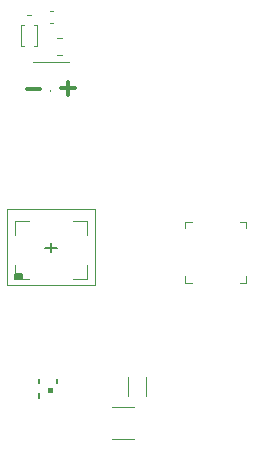
<source format=gbr>
G04 #@! TF.GenerationSoftware,KiCad,Pcbnew,(5.1.5)-3*
G04 #@! TF.CreationDate,2020-06-25T20:17:36-07:00*
G04 #@! TF.ProjectId,Miniscope-v4-Rigid-Flex,4d696e69-7363-46f7-9065-2d76342d5269,rev?*
G04 #@! TF.SameCoordinates,Original*
G04 #@! TF.FileFunction,Legend,Bot*
G04 #@! TF.FilePolarity,Positive*
%FSLAX46Y46*%
G04 Gerber Fmt 4.6, Leading zero omitted, Abs format (unit mm)*
G04 Created by KiCad (PCBNEW (5.1.5)-3) date 2020-06-25 20:17:36*
%MOMM*%
%LPD*%
G04 APERTURE LIST*
%ADD10C,0.300000*%
%ADD11C,0.120000*%
%ADD12C,0.100000*%
%ADD13C,0.150000*%
G04 APERTURE END LIST*
D10*
X102828028Y-99771542D02*
X101685171Y-99771542D01*
X105723628Y-99746142D02*
X104580771Y-99746142D01*
X105152200Y-100317571D02*
X105152200Y-99174714D01*
D11*
X107484400Y-116430800D02*
X99984400Y-116430800D01*
X99984400Y-109930800D02*
X107484400Y-109930800D01*
X99984400Y-116430800D02*
X99984400Y-109930800D01*
X107484400Y-109930800D02*
X107484400Y-116430800D01*
X102250000Y-97500000D02*
X105250000Y-97500000D01*
D12*
X110795200Y-129411600D02*
X108915200Y-129411600D01*
X110795200Y-126711600D02*
X108915200Y-126711600D01*
X110238600Y-125785600D02*
X110238600Y-124225600D01*
X111808600Y-125785600D02*
X111808600Y-124225600D01*
D13*
X102675800Y-125931000D02*
X102675800Y-125531000D01*
X102675800Y-124731000D02*
X102675800Y-124331000D01*
X104275800Y-124331000D02*
X104275800Y-124731000D01*
D12*
G36*
X103475800Y-125131000D02*
G01*
X103775800Y-125131000D01*
X103775800Y-125431000D01*
X103475800Y-125431000D01*
X103475800Y-125131000D01*
G37*
X103475800Y-125131000D02*
X103775800Y-125131000D01*
X103775800Y-125431000D01*
X103475800Y-125431000D01*
X103475800Y-125131000D01*
D11*
X100664400Y-114665800D02*
X100664400Y-115900800D01*
X100664400Y-115900800D02*
X101899400Y-115900800D01*
X100664400Y-112195800D02*
X100664400Y-110960800D01*
X100664400Y-110960800D02*
X101899400Y-110960800D01*
X106804400Y-112195800D02*
X106804400Y-110960800D01*
X106804400Y-110960800D02*
X105569400Y-110960800D01*
X106804400Y-114665800D02*
X106804400Y-115900800D01*
X106804400Y-115900800D02*
X105569400Y-115900800D01*
D13*
X103234400Y-113255800D02*
X104234400Y-113255800D01*
X103734400Y-112830800D02*
X103734400Y-113630800D01*
G36*
X100684400Y-115880800D02*
G01*
X101234400Y-115880800D01*
X101234400Y-115430800D01*
X100684400Y-115430800D01*
X100684400Y-115880800D01*
G37*
X100684400Y-115880800D02*
X101234400Y-115880800D01*
X101234400Y-115430800D01*
X100684400Y-115430800D01*
X100684400Y-115880800D01*
D12*
X115104800Y-115657800D02*
X115104800Y-116207800D01*
X115104800Y-116207800D02*
X115654800Y-116207800D01*
X115104800Y-111597800D02*
X115104800Y-111047800D01*
X115104800Y-111047800D02*
X115654800Y-111047800D01*
X120264800Y-111597800D02*
X120264800Y-111047800D01*
X120264800Y-111047800D02*
X119714800Y-111047800D01*
X120264800Y-115657800D02*
X120264800Y-116207800D01*
X120264800Y-116207800D02*
X119714800Y-116207800D01*
X104243200Y-95500600D02*
X104653200Y-95500600D01*
X104243200Y-96900600D02*
X104653200Y-96900600D01*
X103630200Y-93231400D02*
X103880200Y-93231400D01*
X103630200Y-94191400D02*
X103880200Y-94191400D01*
X102061000Y-93550800D02*
X101741000Y-93550800D01*
X101221000Y-96160800D02*
X101481000Y-96160800D01*
X101221000Y-94360800D02*
X101221000Y-96160800D01*
X102581000Y-94360800D02*
X102321000Y-94360800D01*
X102581000Y-96160800D02*
X102581000Y-94360800D01*
X102321000Y-96160800D02*
X102581000Y-96160800D01*
X101481000Y-94360800D02*
X101221000Y-94360800D01*
D13*
X103670000Y-99975000D02*
G75*
G03X103670000Y-99975000I-20000J0D01*
G01*
M02*

</source>
